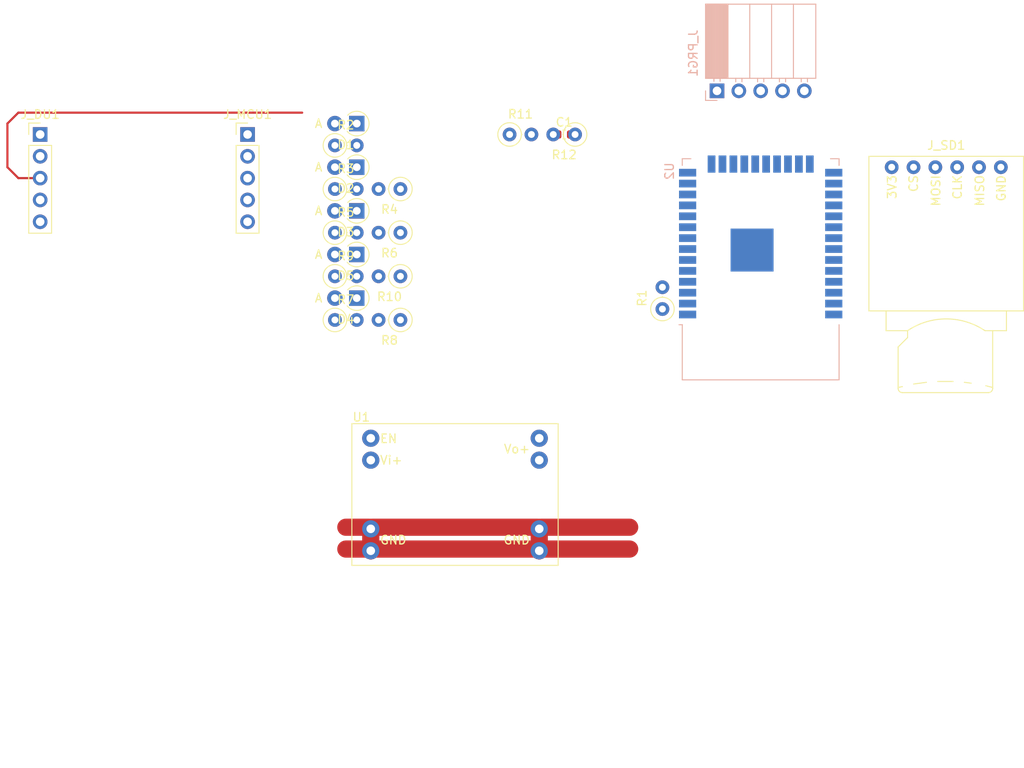
<source format=kicad_pcb>
(kicad_pcb (version 20221018) (generator pcbnew)
  (layers (0 "F.Cu" signal) (31 "B.Cu" signal) (34 "B.Paste" user) (35 "F.Paste" user) (36 "B.SilkS" user "B.Silkscreen") (37 "F.SilkS" user "F.Silkscreen") (38 "B.Mask" user) (39 "F.Mask" user) (44 "Edge.Cuts" user))
  (net 0 "")
  (net 1 "GND")
  (net 2 "/+BATT_MEAS")
  (net 3 "/WKUP")
  (net 4 "Net-(D2-Pad1)")
  (net 5 "Net-(D3-Pad1)")
  (net 6 "Net-(D4-Pad1)")
  (net 7 "Net-(D5-Pad1)")
  (net 8 "/RXfDU")
  (net 9 "/TXtDU")
  (net 10 "/PWR_MCU")
  (net 11 "+BATT")
  (net 12 "/TXtMCU")
  (net 13 "/RXfMCU")
  (net 14 "/EN")
  (net 15 "/BOOT")
  (net 16 "/RX_DBG")
  (net 17 "/TX_DBG")
  (net 18 "+3V3")
  (net 19 "/CS")
  (net 20 "/MOSI")
  (net 21 "/CLK")
  (net 22 "/MISO")
  (net 23 "/TX1")
  (net 24 "/RX1")
  (net 25 "/TX2")
  (net 26 "/RX2")
  (net 27 "Net-(U2-Pad32)")
  (net 28 "Net-(U2-Pad29)")
  (net 29 "Net-(U2-Pad26)")
  (net 30 "Net-(U2-Pad24)")
  (net 31 "Net-(U2-Pad22)")
  (net 32 "Net-(U2-Pad21)")
  (net 33 "Net-(U2-Pad20)")
  (net 34 "Net-(U2-Pad19)")
  (net 35 "Net-(U2-Pad18)")
  (net 36 "Net-(U2-Pad17)")
  (net 37 "Net-(U2-Pad5)")
  (net 38 "Net-(U2-Pad4)")
  (net 39 "Net-(U2-Pad23)")
  (net 40 "Net-(U2-Pad16)")
  (net 41 "Net-(U2-Pad14)")
  (net 42 "Net-(U2-Pad37)")
  (net 43 "Net-(U2-Pad36)")
  (net 44 "Net-(U2-Pad33)")
  (net 45 "Net-(U2-Pad7)")
  (net 46 "Net-(U2-Pad6)")
  (footprint "Diode_THT:D_A-405_P2.54mm_Vertical_AnodeUp" (layer "F.Cu") (at 122.06 41.58 180)
    (fp_text reference "D1" (at 1.27 -2.47) (layer "F.SilkS"))
    (fp_text value "D_Z3V")
    (fp_text user "A" (at 4.44 0) (layer "F.SilkS"))
    (fp_arc (start 1.05385 0.968866) (mid -1.430816 -0.045469) (end 1.113239 -0.9) (stroke (width 0.12)) (layer "F.SilkS"))
    (pad "1" thru_hole rect (at 0 0 180) (size 1.8 1.8) (drill 0.9) (layers "*.Cu" "*.Mask") (net 3 "/WKUP"))
    (pad "2" thru_hole oval (at 2.54 0 180) (size 1.8 1.8) (drill 0.9) (layers "*.Cu" "*.Mask") (net 1 "GND"))
  )
  (footprint "Diode_THT:D_A-405_P2.54mm_Vertical_AnodeUp" (layer "F.Cu") (at 122.06 46.66 180)
    (fp_text reference "D2" (at 1.27 -2.47) (layer "F.SilkS"))
    (fp_text value "D_Z3V")
    (fp_text user "A" (at 4.44 0) (layer "F.SilkS"))
    (fp_arc (start 1.05385 0.968866) (mid -1.430816 -0.045469) (end 1.113239 -0.9) (stroke (width 0.12)) (layer "F.SilkS"))
    (pad "1" thru_hole rect (at 0 0 180) (size 1.8 1.8) (drill 0.9) (layers "*.Cu" "*.Mask") (net 4 "Net-(D2-Pad1)"))
    (pad "2" thru_hole oval (at 2.54 0 180) (size 1.8 1.8) (drill 0.9) (layers "*.Cu" "*.Mask") (net 1 "GND"))
  )
  (footprint "Diode_THT:D_A-405_P2.54mm_Vertical_AnodeUp" (layer "F.Cu") (at 122.06 51.74 180)
    (fp_text reference "D3" (at 1.27 -2.47) (layer "F.SilkS"))
    (fp_text value "D_Z3V")
    (fp_text user "A" (at 4.44 0) (layer "F.SilkS"))
    (fp_arc (start 1.05385 0.968866) (mid -1.430816 -0.045469) (end 1.113239 -0.9) (stroke (width 0.12)) (layer "F.SilkS"))
    (pad "1" thru_hole rect (at 0 0 180) (size 1.8 1.8) (drill 0.9) (layers "*.Cu" "*.Mask") (net 5 "Net-(D3-Pad1)"))
    (pad "2" thru_hole oval (at 2.54 0 180) (size 1.8 1.8) (drill 0.9) (layers "*.Cu" "*.Mask") (net 1 "GND"))
  )
  (footprint "Diode_THT:D_A-405_P2.54mm_Vertical_AnodeUp" (layer "F.Cu") (at 122.06 61.9 180)
    (fp_text reference "D4" (at 1.27 -2.47) (layer "F.SilkS"))
    (fp_text value "D_Z3V")
    (fp_text user "A" (at 4.44 0) (layer "F.SilkS"))
    (fp_arc (start 1.05385 0.968866) (mid -1.430816 -0.045469) (end 1.113239 -0.9) (stroke (width 0.12)) (layer "F.SilkS"))
    (pad "1" thru_hole rect (at 0 0 180) (size 1.8 1.8) (drill 0.9) (layers "*.Cu" "*.Mask") (net 6 "Net-(D4-Pad1)"))
    (pad "2" thru_hole oval (at 2.54 0 180) (size 1.8 1.8) (drill 0.9) (layers "*.Cu" "*.Mask") (net 1 "GND"))
  )
  (footprint "Diode_THT:D_A-405_P2.54mm_Vertical_AnodeUp" (layer "F.Cu") (at 122.06 56.82 180)
    (fp_text reference "D5" (at 1.27 -2.47) (layer "F.SilkS"))
    (fp_text value "D_Z3V")
    (fp_text user "A" (at 4.44 0) (layer "F.SilkS"))
    (fp_arc (start 1.05385 0.968866) (mid -1.430816 -0.045469) (end 1.113239 -0.9) (stroke (width 0.12)) (layer "F.SilkS"))
    (pad "1" thru_hole rect (at 0 0 180) (size 1.8 1.8) (drill 0.9) (layers "*.Cu" "*.Mask") (net 7 "Net-(D5-Pad1)"))
    (pad "2" thru_hole oval (at 2.54 0 180) (size 1.8 1.8) (drill 0.9) (layers "*.Cu" "*.Mask") (net 1 "GND"))
  )
  (footprint "Connector_PinHeader_2.54mm:PinHeader_1x05_P2.54mm_Vertical" (layer "F.Cu") (at 109.36 42.85)
    (fp_text reference "J_MCU1" (at 0 -2.33) (layer "F.SilkS"))
    (fp_text value "Conn_01x05")
    (fp_line (start -1.33 -1.33) (end 0 -1.33) (stroke (width 0.12)) (layer "F.SilkS"))
    (fp_line (start -1.33 0) (end -1.33 -1.33) (stroke (width 0.12)) (layer "F.SilkS"))
    (fp_line (start -1.33 1.27) (end -1.33 11.49) (stroke (width 0.12)) (layer "F.SilkS"))
    (fp_line (start -1.33 1.27) (end 1.33 1.27) (stroke (width 0.12)) (layer "F.SilkS"))
    (fp_line (start -1.33 11.49) (end 1.33 11.49) (stroke (width 0.12)) (layer "F.SilkS"))
    (fp_line (start 1.33 1.27) (end 1.33 11.49) (stroke (width 0.12)) (layer "F.SilkS"))
    (pad "1" thru_hole rect (at 0 0) (size 1.7 1.7) (drill 1) (layers "*.Cu" "*.Mask") (net 11 "+BATT"))
    (pad "2" thru_hole oval (at 0 2.54) (size 1.7 1.7) (drill 1) (layers "*.Cu" "*.Mask") (net 10 "/PWR_MCU"))
    (pad "3" thru_hole oval (at 0 5.08) (size 1.7 1.7) (drill 1) (layers "*.Cu" "*.Mask") (net 1 "GND"))
    (pad "4" thru_hole oval (at 0 7.62) (size 1.7 1.7) (drill 1) (layers "*.Cu" "*.Mask") (net 13 "/RXfMCU"))
    (pad "5" thru_hole oval (at 0 10.16) (size 1.7 1.7) (drill 1) (layers "*.Cu" "*.Mask") (net 12 "/TXtMCU"))
  )
  (footprint "MyParts:microSD_SPI_module" (layer "F.Cu") (at 190.64 45.39)
    (fp_text reference "J_SD1" (at 0 -1.27) (layer "F.SilkS"))
    (fp_text value "Micro_SD_Card_SPI")
    (fp_text user "MOSI" (at -1.2 2.1 90) (layer "F.SilkS") (effects (justify right)))
    (fp_text user "CS" (at -3.8 2.1 90) (layer "F.SilkS") (effects (justify right)))
    (fp_text user "MISO" (at 3.9 2.1 90) (layer "F.SilkS") (effects (justify right)))
    (fp_text user "CLK" (at 1.3 2.1 90) (layer "F.SilkS") (effects (justify right)))
    (fp_text user "3V3" (at -6.3 2.1 90) (layer "F.SilkS") (effects (justify right)))
    (fp_text user "GND" (at 6.4 2.1 90) (layer "F.SilkS") (effects (justify right)))
    (fp_line (start -9 0) (end -9 18) (stroke (width 0.12)) (layer "F.SilkS"))
    (fp_line (start -7 18) (end -7 20.3) (stroke (width 0.12)) (layer "F.SilkS"))
    (fp_line (start -7 20.3) (end -4.5 20.3) (stroke (width 0.12)) (layer "F.SilkS"))
    (fp_line (start -5.6 22.2) (end -5.6 27.01) (stroke (width 0.12)) (layer "F.SilkS"))
    (fp_line (start -5.6 22.2) (end -4.5 21.1) (stroke (width 0.12)) (layer "F.SilkS"))
    (fp_line (start -5.1 26.81) (end -5.6 26.91) (stroke (width 0.12)) (layer "F.SilkS"))
    (fp_line (start -4.5 21.1) (end -4.5 20.3) (stroke (width 0.12)) (layer "F.SilkS"))
    (fp_line (start -2.3 26.31) (end -3.8 26.51) (stroke (width 0.12)) (layer "F.SilkS"))
    (fp_line (start 0.8 26.21) (end -1 26.21) (stroke (width 0.12)) (layer "F.SilkS"))
    (fp_line (start 2.9 26.41) (end 2.1 26.31) (stroke (width 0.12)) (layer "F.SilkS"))
    (fp_line (start 4.9 27.51) (end -5.1 27.51) (stroke (width 0.12)) (layer "F.SilkS"))
    (fp_line (start 5.4 20.3) (end 5.4 27.01) (stroke (width 0.12)) (layer "F.SilkS"))
    (fp_line (start 5.4 26.91) (end 4.6 26.71) (stroke (width 0.12)) (layer "F.SilkS"))
    (fp_line (start 7 18) (end 7 20.3) (stroke (width 0.12)) (layer "F.SilkS"))
    (fp_line (start 7 20.3) (end 4.5 20.3) (stroke (width 0.12)) (layer "F.SilkS"))
    (fp_line (start 9 0) (end -9 0) (stroke (width 0.12)) (layer "F.SilkS"))
    (fp_line (start 9 0) (end 9 18) (stroke (width 0.12)) (layer "F.SilkS"))
    (fp_line (start 9 18) (end -9 18) (stroke (width 0.12)) (layer "F.SilkS"))
    (fp_arc (start -5.1 27.51) (mid -5.453553 27.363553) (end -5.6 27.01) (stroke (width 0.12)) (layer "F.SilkS"))
    (fp_arc (start -4.499999 20.300001) (mid 0 18.929066) (end 4.499999 20.300001) (stroke (width 0.12)) (layer "F.SilkS"))
    (fp_arc (start 5.4 27.01) (mid 5.253553 27.363553) (end 4.9 27.51) (stroke (width 0.12)) (layer "F.SilkS"))
    (pad "1" thru_hole circle (at -6.35 1.27) (size 1.6 1.6) (drill 0.8) (layers "*.Cu" "*.Mask") (net 18 "+3V3"))
    (pad "2" thru_hole circle (at -3.81 1.27) (size 1.6 1.6) (drill 0.8) (layers "*.Cu" "*.Mask") (net 19 "/CS"))
    (pad "3" thru_hole circle (at -1.27 1.27) (size 1.6 1.6) (drill 0.8) (layers "*.Cu" "*.Mask") (net 20 "/MOSI"))
    (pad "4" thru_hole circle (at 1.27 1.27) (size 1.6 1.6) (drill 0.8) (layers "*.Cu" "*.Mask") (net 21 "/CLK"))
    (pad "5" thru_hole circle (at 3.81 1.27) (size 1.6 1.6) (drill 0.8) (layers "*.Cu" "*.Mask") (net 22 "/MISO"))
    (pad "6" thru_hole circle (at 6.35 1.27) (size 1.6 1.6) (drill 0.8) (layers "*.Cu" "*.Mask") (net 1 "GND"))
  )
  (footprint "Resistor_THT:R_Axial_DIN0207_L6.3mm_D2.5mm_P2.54mm_Vertical" (layer "F.Cu") (at 157.62 63.17 90)
    (fp_text reference "R1" (at 1.27 -2.37 90) (layer "F.SilkS"))
    (fp_text value "10k")
    (fp_line (start 1.37 0) (end 1.44 0) (stroke (width 0.12)) (layer "F.SilkS"))
    (fp_circle (center 0 0) (end 1.37 0) (stroke (width 0.12)) (fill none) (layer "F.SilkS"))
    (pad "1" thru_hole circle (at 0 0 90) (size 1.6 1.6) (drill 0.8) (layers "*.Cu" "*.Mask") (net 18 "+3V3"))
    (pad "2" thru_hole oval (at 2.54 0 90) (size 1.6 1.6) (drill 0.8) (layers "*.Cu" "*.Mask") (net 14 "/EN"))
  )
  (footprint "Resistor_THT:R_Axial_DIN0207_L6.3mm_D2.5mm_P2.54mm_Vertical" (layer "F.Cu") (at 119.52 44.12)
    (fp_text reference "R2" (at 1.27 -2.37) (layer "F.SilkS"))
    (fp_text value "39k")
    (fp_line (start 1.37 0) (end 1.44 0) (stroke (width 0.12)) (layer "F.SilkS"))
    (fp_circle (center 0 0) (end 1.37 0) (stroke (width 0.12)) (fill none) (layer "F.SilkS"))
    (pad "1" thru_hole circle (at 0 0) (size 1.6 1.6) (drill 0.8) (layers "*.Cu" "*.Mask") (net 10 "/PWR_MCU"))
    (pad "2" thru_hole oval (at 2.54 0) (size 1.6 1.6) (drill 0.8) (layers "*.Cu" "*.Mask") (net 3 "/WKUP"))
  )
  (footprint "Resistor_THT:R_Axial_DIN0207_L6.3mm_D2.5mm_P2.54mm_Vertical" (layer "F.Cu") (at 119.52 49.2)
    (fp_text reference "R3" (at 1.27 -2.37) (layer "F.SilkS"))
    (fp_text value "1k")
    (fp_line (start 1.37 0) (end 1.44 0) (stroke (width 0.12)) (layer "F.SilkS"))
    (fp_circle (center 0 0) (end 1.37 0) (stroke (width 0.12)) (fill none) (layer "F.SilkS"))
    (pad "1" thru_hole circle (at 0 0) (size 1.6 1.6) (drill 0.8) (layers "*.Cu" "*.Mask") (net 9 "/TXtDU"))
    (pad "2" thru_hole oval (at 2.54 0) (size 1.6 1.6) (drill 0.8) (layers "*.Cu" "*.Mask") (net 4 "Net-(D2-Pad1)"))
  )
  (footprint "Resistor_THT:R_Axial_DIN0207_L6.3mm_D2.5mm_P2.54mm_Vertical" (layer "F.Cu") (at 127.14 49.2 180)
    (fp_text reference "R4" (at 1.27 -2.37) (layer "F.SilkS"))
    (fp_text value "1k")
    (fp_line (start 1.37 0) (end 1.44 0) (stroke (width 0.12)) (layer "F.SilkS"))
    (fp_circle (center 0 0) (end 1.37 0) (stroke (width 0.12)) (fill none) (layer "F.SilkS"))
    (pad "1" thru_hole circle (at 0 0 180) (size 1.6 1.6) (drill 0.8) (layers "*.Cu" "*.Mask") (net 23 "/TX1"))
    (pad "2" thru_hole oval (at 2.54 0 180) (size 1.6 1.6) (drill 0.8) (layers "*.Cu" "*.Mask") (net 4 "Net-(D2-Pad1)"))
  )
  (footprint "Resistor_THT:R_Axial_DIN0207_L6.3mm_D2.5mm_P2.54mm_Vertical" (layer "F.Cu") (at 119.52 54.28)
    (fp_text reference "R5" (at 1.27 -2.37) (layer "F.SilkS"))
    (fp_text value "1k")
    (fp_line (start 1.37 0) (end 1.44 0) (stroke (width 0.12)) (layer "F.SilkS"))
    (fp_circle (center 0 0) (end 1.37 0) (stroke (width 0.12)) (fill none) (layer "F.SilkS"))
    (pad "1" thru_hole circle (at 0 0) (size 1.6 1.6) (drill 0.8) (layers "*.Cu" "*.Mask") (net 8 "/RXfDU"))
    (pad "2" thru_hole oval (at 2.54 0) (size 1.6 1.6) (drill 0.8) (layers "*.Cu" "*.Mask") (net 5 "Net-(D3-Pad1)"))
  )
  (footprint "Resistor_THT:R_Axial_DIN0207_L6.3mm_D2.5mm_P2.54mm_Vertical" (layer "F.Cu") (at 127.14 54.28 180)
    (fp_text reference "R6" (at 1.27 -2.37) (layer "F.SilkS"))
    (fp_text value "1k")
    (fp_line (start 1.37 0) (end 1.44 0) (stroke (width 0.12)) (layer "F.SilkS"))
    (fp_circle (center 0 0) (end 1.37 0) (stroke (width 0.12)) (fill none) (layer "F.SilkS"))
    (pad "1" thru_hole circle (at 0 0 180) (size 1.6 1.6) (drill 0.8) (layers "*.Cu" "*.Mask") (net 24 "/RX1"))
    (pad "2" thru_hole oval (at 2.54 0 180) (size 1.6 1.6) (drill 0.8) (layers "*.Cu" "*.Mask") (net 5 "Net-(D3-Pad1)"))
  )
  (footprint "Resistor_THT:R_Axial_DIN0207_L6.3mm_D2.5mm_P2.54mm_Vertical" (layer "F.Cu") (at 127.14 64.44 180)
    (fp_text reference "R8" (at 1.27 -2.37) (layer "F.SilkS"))
    (fp_text value "1k")
    (fp_line (start 1.37 0) (end 1.44 0) (stroke (width 0.12)) (layer "F.SilkS"))
    (fp_circle (center 0 0) (end 1.37 0) (stroke (width 0.12)) (fill none) (layer "F.SilkS"))
    (pad "1" thru_hole circle (at 0 0 180) (size 1.6 1.6) (drill 0.8) (layers "*.Cu" "*.Mask") (net 25 "/TX2"))
    (pad "2" thru_hole oval (at 2.54 0 180) (size 1.6 1.6) (drill 0.8) (layers "*.Cu" "*.Mask") (net 6 "Net-(D4-Pad1)"))
  )
  (footprint "Resistor_THT:R_Axial_DIN0207_L6.3mm_D2.5mm_P2.54mm_Vertical" (layer "F.Cu") (at 119.52 59.36)
    (fp_text reference "R9" (at 1.27 -2.37) (layer "F.SilkS"))
    (fp_text value "1k")
    (fp_line (start 1.37 0) (end 1.44 0) (stroke (width 0.12)) (layer "F.SilkS"))
    (fp_circle (center 0 0) (end 1.37 0) (stroke (width 0.12)) (fill none) (layer "F.SilkS"))
    (pad "1" thru_hole circle (at 0 0) (size 1.6 1.6) (drill 0.8) (layers "*.Cu" "*.Mask") (net 13 "/RXfMCU"))
    (pad "2" thru_hole oval (at 2.54 0) (size 1.6 1.6) (drill 0.8) (layers "*.Cu" "*.Mask") (net 7 "Net-(D5-Pad1)"))
  )
  (footprint "Resistor_THT:R_Axial_DIN0207_L6.3mm_D2.5mm_P2.54mm_Vertical" (layer "F.Cu") (at 127.14 59.36 180)
    (fp_text reference "R10" (at 1.27 -2.37) (layer "F.SilkS"))
    (fp_text value "1k")
    (fp_line (start 1.37 0) (end 1.44 0) (stroke (width 0.12)) (layer "F.SilkS"))
    (fp_circle (center 0 0) (end 1.37 0) (stroke (width 0.12)) (fill none) (layer "F.SilkS"))
    (pad "1" thru_hole circle (at 0 0 180) (size 1.6 1.6) (drill 0.8) (layers "*.Cu" "*.Mask") (net 26 "/RX2"))
    (pad "2" thru_hole oval (at 2.54 0 180) (size 1.6 1.6) (drill 0.8) (layers "*.Cu" "*.Mask") (net 7 "Net-(D5-Pad1)"))
  )
  (footprint "Resistor_THT:R_Axial_DIN0207_L6.3mm_D2.5mm_P2.54mm_Vertical" (layer "F.Cu") (at 139.84 42.85)
    (fp_text reference "R11" (at 1.27 -2.37) (layer "F.SilkS"))
    (fp_text value "390k")
    (fp_line (start 1.37 0) (end 1.44 0) (stroke (width 0.12)) (layer "F.SilkS"))
    (fp_circle (center 0 0) (end 1.37 0) (stroke (width 0.12)) (fill none) (layer "F.SilkS"))
    (pad "1" thru_hole circle (at 0 0) (size 1.6 1.6) (drill 0.8) (layers "*.Cu" "*.Mask") (net 11 "+BATT"))
    (pad "2" thru_hole oval (at 2.54 0) (size 1.6 1.6) (drill 0.8) (layers "*.Cu" "*.Mask") (net 2 "/+BATT_MEAS"))
  )
  (footprint "Resistor_THT:R_Axial_DIN0207_L6.3mm_D2.5mm_P2.54mm_Vertical" (layer "F.Cu") (at 147.46 42.85 180)
    (fp_text reference "R12" (at 1.27 -2.37) (layer "F.SilkS"))
    (fp_text value "10k")
    (fp_line (start 1.37 0) (end 1.44 0) (stroke (width 0.12)) (layer "F.SilkS"))
    (fp_circle (center 0 0) (end 1.37 0) (stroke (width 0.12)) (fill none) (layer "F.SilkS"))
    (pad "1" thru_hole circle (at 0 0 180) (size 1.6 1.6) (drill 0.8) (layers "*.Cu" "*.Mask") (net 1 "GND"))
    (pad "2" thru_hole oval (at 2.54 0 180) (size 1.6 1.6) (drill 0.8) (layers "*.Cu" "*.Mask") (net 2 "/+BATT_MEAS"))
  )
  (footprint "MyParts:DM01" (layer "F.Cu") (at 133.49 84.76)
    (fp_text reference "U1" (at -12 -9) (layer "F.SilkS") (effects (justify left)))
    (fp_text value "DM01")
    (fp_text user "Vi+" (at -8.8 -4) (layer "F.SilkS") (effects (justify left)))
    (fp_text user "GND" (at 8.8 5.3) (layer "F.SilkS") (effects (justify right)))
    (fp_text user "Vo+" (at 8.8 -5.3) (layer "F.SilkS") (effects (justify right)))
    (fp_text user "EN" (at -8.8 -6.5) (layer "F.SilkS") (effects (justify left)))
    (fp_text user "GND" (at -8.8 5.3) (layer "F.SilkS") (effects (justify left)))
    (fp_line (start -12 -8.25) (end 12 -8.25) (stroke (width 0.12)) (layer "F.SilkS"))
    (fp_line (start -12 8.25) (end -12 -8.25) (stroke (width 0.12)) (layer "F.SilkS"))
    (fp_line (start 12 -8.25) (end 12 8.25) (stroke (width 0.12)) (layer "F.SilkS"))
    (fp_line (start 12 8.25) (end -12 8.25) (stroke (width 0.12)) (layer "F.SilkS"))
    (pad "1" thru_hole circle (at -9.8 -6.55) (size 2 2) (drill 1) (layers "*.Cu" "*.Mask") (net 11 "+BATT"))
    (pad "2" thru_hole circle (at -9.8 -4) (size 2 2) (drill 1) (layers "*.Cu" "*.Mask") (net 11 "+BATT"))
    (pad "3" thru_hole circle (at -9.8 4) (size 2 2) (drill 1) (layers "*.Cu" "*.Mask") (net 1 "GND"))
    (pad "4" thru_hole circle (at -9.8 6.55) (size 2 2) (drill 1) (layers "*.Cu" "*.Mask") (net 1 "GND"))
    (pad "5" thru_hole circle (at 9.8 6.55) (size 2 2) (drill 1) (layers "*.Cu" "*.Mask") (net 1 "GND"))
    (pad "6" thru_hole circle (at 9.8 4) (size 2 2) (drill 1) (layers "*.Cu" "*.Mask") (net 1 "GND"))
    (pad "7" thru_hole circle (at 9.8 -4) (size 2 2) (drill 1) (layers "*.Cu" "*.Mask") (net 18 "+3V3"))
    (pad "8" thru_hole circle (at 9.8 -6.55) (size 2 2) (drill 1) (layers "*.Cu" "*.Mask") (net 18 "+3V3"))
  )
  (footprint "Connector_PinHeader_2.54mm:PinHeader_1x05_P2.54mm_Vertical" (layer "F.Cu") (at 85.23 42.85)
    (fp_text reference "J_DU1" (at 0 -2.33) (layer "F.SilkS"))
    (fp_text value "Conn_01x05")
    (fp_line (start -1.33 -1.33) (end 0 -1.33) (stroke (width 0.12)) (layer "F.SilkS"))
    (fp_line (start -1.33 0) (end -1.33 -1.33) (stroke (width 0.12)) (layer "F.SilkS"))
    (fp_line (start -1.33 1.27) (end -1.33 11.49) (stroke (width 0.12)) (layer "F.SilkS"))
    (fp_line (start -1.33 1.27) (end 1.33 1.27) (stroke (width 0.12)) (layer "F.SilkS"))
    (fp_line (start -1.33 11.49) (end 1.33 11.49) (stroke (width 0.12)) (layer "F.SilkS"))
    (fp_line (start 1.33 1.27) (end 1.33 11.49) (stroke (width 0.12)) (layer "F.SilkS"))
    (pad "1" thru_hole rect (at 0 0) (size 1.7 1.7) (drill 1) (layers "*.Cu" "*.Mask") (net 11 "+BATT"))
    (pad "2" thru_hole oval (at 0 2.54) (size 1.7 1.7) (drill 1) (layers "*.Cu" "*.Mask") (net 10 "/PWR_MCU"))
    (pad "3" thru_hole oval (at 0 5.08) (size 1.7 1.7) (drill 1) (layers "*.Cu" "*.Mask") (net 1 "GND"))
    (pad "4" thru_hole oval (at 0 7.62) (size 1.7 1.7) (drill 1) (layers "*.Cu" "*.Mask") (net 9 "/TXtDU"))
    (pad "5" thru_hole oval (at 0 10.16) (size 1.7 1.7) (drill 1) (layers "*.Cu" "*.Mask") (net 8 "/RXfDU"))
  )
  (footprint "Capacitor_SMD:C_0603_1608Metric" (layer "F.Cu") (at 146.19 42.85)
    (fp_text reference "C1" (at 0 -1.43) (layer "F.SilkS"))
    (fp_text value "100nF")
    (fp_line (start -0.14058 -0.51) (end 0.14058 -0.51) (stroke (width 0.12)) (layer "F.SilkS"))
    (fp_line (start -0.14058 0.51) (end 0.14058 0.51) (stroke (width 0.12)) (layer "F.SilkS"))
    (pad "1" smd roundrect (at -0.775 0) (size 0.9 0.95) (layers "F.Cu" "F.Paste" "F.Mask") (net 2 "/+BATT_MEAS"))
    (pad "2" smd roundrect (at 0.775 0) (size 0.9 0.95) (layers "F.Cu" "F.Paste" "F.Mask") (net 1 "GND"))
  )
  (footprint "Resistor_THT:R_Axial_DIN0207_L6.3mm_D2.5mm_P2.54mm_Vertical" (layer "F.Cu") (at 119.52 64.44)
    (fp_text reference "R7" (at 1.27 -2.37) (layer "F.SilkS"))
    (fp_text value "1k")
    (fp_line (start 1.37 0) (end 1.44 0) (stroke (width 0.12)) (layer "F.SilkS"))
    (fp_circle (center 0 0) (end 1.37 0) (stroke (width 0.12)) (fill none) (layer "F.SilkS"))
    (pad "1" thru_hole circle (at 0 0) (size 1.6 1.6) (drill 0.8) (layers "*.Cu" "*.Mask") (net 12 "/TXtMCU"))
    (pad "2" thru_hole oval (at 2.54 0) (size 1.6 1.6) (drill 0.8) (layers "*.Cu" "*.Mask") (net 6 "Net-(D4-Pad1)"))
  )
  (footprint "RF_Module:ESP32-WROOM-32" (layer "B.Cu") (at 169.05 55.55)
    (fp_text reference "U2" (at -10.61 -8.43 -90) (layer "B.SilkS") (effects (justify mirror)))
    (fp_text value "ESP32-WROOM-32")
    (fp_line (start -9.12 -9.88) (end -8.12 -9.88) (stroke (width 0.12)) (layer "B.SilkS"))
    (fp_line (start -9.12 -9.1) (end -9.12 -9.88) (stroke (width 0.12)) (layer "B.SilkS"))
    (fp_line (start -9.12 9.445) (end -9.5 9.445) (stroke (width 0.12)) (layer "B.SilkS"))
    (fp_line (start -9.12 15.865) (end -9.12 9.445) (stroke (width 0.12)) (layer "B.SilkS"))
    (fp_line (start -9.12 15.865) (end 9.12 15.865) (stroke (width 0.12)) (layer "B.SilkS"))
    (fp_line (start 9.12 -9.88) (end 8.12 -9.88) (stroke (width 0.12)) (layer "B.SilkS"))
    (fp_line (start 9.12 -9.1) (end 9.12 -9.88) (stroke (width 0.12)) (layer "B.SilkS"))
    (fp_line (start 9.12 15.865) (end 9.12 9.445) (stroke (width 0.12)) (layer "B.SilkS"))
    (pad "1" smd rect (at -8.5 8.255) (size 2 0.9) (layers "B.Cu" "B.Paste" "B.Mask") (net 1 "GND"))
    (pad "2" smd rect (at -8.5 6.985) (size 2 0.9) (layers "B.Cu" "B.Paste" "B.Mask") (net 18 "+3V3"))
    (pad "3" smd rect (at -8.5 5.715) (size 2 0.9) (layers "B.Cu" "B.Paste" "B.Mask") (net 14 "/EN"))
    (pad "4" smd rect (at -8.5 4.445) (size 2 0.9) (layers "B.Cu" "B.Paste" "B.Mask") (net 38 "Net-(U2-Pad4)"))
    (pad "5" smd rect (at -8.5 3.175) (size 2 0.9) (layers "B.Cu" "B.Paste" "B.Mask") (net 37 "Net-(U2-Pad5)"))
    (pad "6" smd rect (at -8.5 1.905) (size 2 0.9) (layers "B.Cu" "B.Paste" "B.Mask") (net 46 "Net-(U2-Pad6)"))
    (pad "7" smd rect (at -8.5 0.635) (size 2 0.9) (layers "B.Cu" "B.Paste" "B.Mask") (net 45 "Net-(U2-Pad7)"))
    (pad "8" smd rect (at -8.5 -0.635) (size 2 0.9) (layers "B.Cu" "B.Paste" "B.Mask") (net 3 "/WKUP"))
    (pad "9" smd rect (at -8.5 -1.905) (size 2 0.9) (layers "B.Cu" "B.Paste" "B.Mask") (net 2 "/+BATT_MEAS"))
    (pad "10" smd rect (at -8.5 -3.175) (size 2 0.9) (layers "B.Cu" "B.Paste" "B.Mask") (net 25 "/TX2"))
    (pad "11" smd rect (at -8.5 -4.445) (size 2 0.9) (layers "B.Cu" "B.Paste" "B.Mask") (net 26 "/RX2"))
    (pad "12" smd rect (at -8.5 -5.715) (size 2 0.9) (layers "B.Cu" "B.Paste" "B.Mask") (net 24 "/RX1"))
    (pad "13" smd rect (at -8.5 -6.985) (size 2 0.9) (layers "B.Cu" "B.Paste" "B.Mask") (net 23 "/TX1"))
    (pad "14" smd rect (at -8.5 -8.255) (size 2 0.9) (layers "B.Cu" "B.Paste" "B.Mask") (net 41 "Net-(U2-Pad14)"))
    (pad "15" smd rect (at -5.715 -9.255 270) (size 2 0.9) (layers "B.Cu" "B.Paste" "B.Mask") (net 1 "GND"))
    (pad "16" smd rect (at -4.445 -9.255 270) (size 2 0.9) (layers "B.Cu" "B.Paste" "B.Mask") (net 40 "Net-(U2-Pad16)"))
    (pad "17" smd rect (at -3.175 -9.255 270) (size 2 0.9) (layers "B.Cu" "B.Paste" "B.Mask") (net 36 "Net-(U2-Pad17)"))
    (pad "18" smd rect (at -1.905 -9.255 270) (size 2 0.9) (layers "B.Cu" "B.Paste" "B.Mask") (net 35 "Net-(U2-Pad18)"))
    (pad "19" smd rect (at -0.635 -9.255 270) (size 2 0.9) (layers "B.Cu" "B.Paste" "B.Mask") (net 34 "Net-(U2-Pad19)"))
    (pad "20" smd rect (at 0.635 -9.255 270) (size 2 0.9) (layers "B.Cu" "B.Paste" "B.Mask") (net 33 "Net-(U2-Pad20)"))
    (pad "21" smd rect (at 1.905 -9.255 270) (size 2 0.9) (layers "B.Cu" "B.Paste" "B.Mask") (net 32 "Net-(U2-Pad21)"))
    (pad "22" smd rect (at 3.175 -9.255 270) (size 2 0.9) (layers "B.Cu" "B.Paste" "B.Mask") (net 31 "Net-(U2-Pad22)"))
    (pad "23" smd rect (at 4.445 -9.255 270) (size 2 0.9) (layers "B.Cu" "B.Paste" "B.Mask") (net 39 "Net-(U2-Pad23)"))
    (pad "24" smd rect (at 5.715 -9.255 270) (size 2 0.9) (layers "B.Cu" "B.Paste" "B.Mask") (net 30 "Net-(U2-Pad24)"))
    (pad "25" smd rect (at 8.5 -8.255) (size 2 0.9) (layers "B.Cu" "B.Paste" "B.Mask") (net 15 "/BOOT"))
    (pad "26" smd rect (at 8.5 -6.985) (size 2 0.9) (layers "B.Cu" "B.Paste" "B.Mask") (net 29 "Net-(U2-Pad26)"))
    (pad "27" smd rect (at 8.5 -5.715) (size 2 0.9) (layers "B.Cu" "B.Paste" "B.Mask") (net 19 "/CS"))
    (pad "28" smd rect (at 8.5 -4.445) (size 2 0.9) (layers "B.Cu" "B.Paste" "B.Mask") (net 20 "/MOSI"))
    (pad "29" smd rect (at 8.5 -3.175) (size 2 0.9) (layers "B.Cu" "B.Paste" "B.Mask") (net 28 "Net-(U2-Pad29)"))
    (pad "30" smd rect (at 8.5 -1.905) (size 2 0.9) (layers "B.Cu" "B.Paste" "B.Mask") (net 21 "/CLK"))
    (pad "31" smd rect (at 8.5 -0.635) (size 2 0.9) (layers "B.Cu" "B.Paste" "B.Mask") (net 22 "/MISO"))
    (pad "32" smd rect (at 8.5 0.635) (size 2 0.9) (layers "B.Cu" "B.Paste" "B.Mask") (net 27 "Net-(U2-Pad32)"))
    (pad "33" smd rect (at 8.5 1.905) (size 2 0.9) (layers "B.Cu" "B.Paste" "B.Mask") (net 44 "Net-(U2-Pad33)"))
    (pad "34" smd rect (at 8.5 3.175) (size 2 0.9) (layers "B.Cu" "B.Paste" "B.Mask") (net 16 "/RX_DBG"))
    (pad "35" smd rect (at 8.5 4.445) (size 2 0.9) (layers "B.Cu" "B.Paste" "B.Mask") (net 17 "/TX_DBG"))
    (pad "36" smd rect (at 8.5 5.715) (size 2 0.9) (layers "B.Cu" "B.Paste" "B.Mask") (net 43 "Net-(U2-Pad36)"))
    (pad "37" smd rect (at 8.5 6.985) (size 2 0.9) (layers "B.Cu" "B.Paste" "B.Mask") (net 42 "Net-(U2-Pad37)"))
    (pad "38" smd rect (at 8.5 8.255) (size 2 0.9) (layers "B.Cu" "B.Paste" "B.Mask") (net 1 "GND"))
    (pad "39" smd rect (at -1 0.755) (size 5 5) (layers "B.Cu" "B.Paste" "B.Mask") (net 1 "GND"))
  )
  (footprint "Connector_PinSocket_2.54mm:PinSocket_1x05_P2.54mm_Horizontal" (layer "B.Cu") (at 163.97 37.77 -90)
    (fp_text reference "J_PRG1" (at -4.38 2.77 270) (layer "B.SilkS") (effects (justify mirror)))
    (fp_text value "Conn_01x05")
    (fp_line (start -10.09 -11.49) (end -1.46 -11.49) (stroke (width 0.12)) (layer "B.SilkS"))
    (fp_line (start -10.09 -8.89) (end -1.46 -8.89) (stroke (width 0.12)) (layer "B.SilkS"))
    (fp_line (start -10.09 -6.35) (end -1.46 -6.35) (stroke (width 0.12)) (layer "B.SilkS"))
    (fp_line (start -10.09 -3.81) (end -1.46 -3.81) (stroke (width 0.12)) (layer "B.SilkS"))
    (fp_line (start -10.09 -1.27) (end -1.46 -1.27) (stroke (width 0.12)) (layer "B.SilkS"))
    (fp_line (start -10.09 -1.1519) (end -1.46 -1.1519) (stroke (width 0.12)) (layer "B.SilkS"))
    (fp_line (start -10.09 -1.033805) (end -1.46 -1.033805) (stroke (width 0.12)) (layer "B.SilkS"))
    (fp_line (start -10.09 -0.91571) (end -1.46 -0.91571) (stroke (width 0.12)) (layer "B.SilkS"))
    (fp_line (start -10.09 -0.797615) (end -1.46 -0.797615) (stroke (width 0.12)) (layer "B.SilkS"))
    (fp_line (start -10.09 -0.67952) (end -1.46 -0.67952) (stroke (width 0.12)) (layer "B.SilkS"))
    (fp_line (start -10.09 -0.561425) (end -1.46 -0.561425) (stroke (width 0.12)) (layer "B.SilkS"))
    (fp_line (start -10.09 -0.44333) (end -1.46 -0.44333) (stroke (width 0.12)) (layer "B.SilkS"))
    (fp_line (start -10.09 -0.325235) (end -1.46 -0.325235) (stroke (width 0.12)) (layer "B.SilkS"))
    (fp_line (start -10.09 -0.20714) (end -1.46 -0.20714) (stroke (width 0.12)) (layer "B.SilkS"))
    (fp_line (start -10.09 -0.089045) (end -1.46 -0.089045) (stroke (width 0.12)) (layer "B.SilkS"))
    (fp_line (start -10.09 0.02905) (end -1.46 0.02905) (stroke (width 0.12)) (layer "B.SilkS"))
    (fp_line (start -10.09 0.147145) (end -1.46 0.147145) (stroke (width 0.12)) (layer "B.SilkS"))
    (fp_line (start -10.09 0.26524) (end -1.46 0.26524) (stroke (width 0.12)) (layer "B.SilkS"))
    (fp_line (start -10.09 0.383335) (end -1.46 0.383335) (stroke (width 0.12)) (layer "B.SilkS"))
    (fp_line (start -10.09 0.50143) (end -1.46 0.50143) (stroke (width 0.12)) (layer "B.SilkS"))
    (fp_line (start -10.09 0.619525) (end -1.46 0.619525) (stroke (width 0.12)) (layer "B.SilkS"))
    (fp_line (start -10.09 0.73762) (end -1.46 0.73762) (stroke (width 0.12)) (layer "B.SilkS"))
    (fp_line (start -10.09 0.855715) (end -1.46 0.855715) (stroke (width 0.12)) (layer "B.SilkS"))
    (fp_line (start -10.09 0.97381) (end -1.46 0.97381) (stroke (width 0.12)) (layer "B.SilkS"))
    (fp_line (start -10.09 1.091905) (end -1.46 1.091905) (stroke (width 0.12)) (layer "B.SilkS"))
    (fp_line (start -10.09 1.21) (end -1.46 1.21) (stroke (width 0.12)) (layer "B.SilkS"))
    (fp_line (start -10.09 1.33) (end -10.09 -11.49) (stroke (width 0.12)) (layer "B.SilkS"))
    (fp_line (start -10.09 1.33) (end -1.46 1.33) (stroke (width 0.12)) (layer "B.SilkS"))
    (fp_line (start -1.46 -10.52) (end -1.05 -10.52) (stroke (width 0.12)) (layer "B.SilkS"))
    (fp_line (start -1.46 -9.8) (end -1.05 -9.8) (stroke (width 0.12)) (layer "B.SilkS"))
    (fp_line (start -1.46 -7.98) (end -1.05 -7.98) (stroke (width 0.12)) (layer "B.SilkS"))
    (fp_line (start -1.46 -7.26) (end -1.05 -7.26) (stroke (width 0.12)) (layer "B.SilkS"))
    (fp_line (start -1.46 -5.44) (end -1.05 -5.44) (stroke (width 0.12)) (layer "B.SilkS"))
    (fp_line (start -1.46 -4.72) (end -1.05 -4.72) (stroke (width 0.12)) (layer "B.SilkS"))
    (fp_line (start -1.46 -2.9) (end -1.05 -2.9) (stroke (width 0.12)) (layer "B.SilkS"))
    (fp_line (start -1.46 -2.18) (end -1.05 -2.18) (stroke (width 0.12)) (layer "B.SilkS"))
    (fp_line (start -1.46 -0.36) (end -1.11 -0.36) (stroke (width 0.12)) (layer "B.SilkS"))
    (fp_line (start -1.46 0.36) (end -1.11 0.36) (stroke (width 0.12)) (layer "B.SilkS"))
    (fp_line (start -1.46 1.33) (end -1.46 -11.49) (stroke (width 0.12)) (layer "B.SilkS"))
    (fp_line (start 0 1.33) (end 1.11 1.33) (stroke (width 0.12)) (layer "B.SilkS"))
    (fp_line (start 1.11 1.33) (end 1.11 0) (stroke (width 0.12)) (layer "B.SilkS"))
    (pad "1" thru_hole rect (at 0 0 270) (size 1.7 1.7) (drill 1) (layers "*.Cu" "*.Mask") (net 1 "GND"))
    (pad "2" thru_hole oval (at 0 -2.54 270) (size 1.7 1.7) (drill 1) (layers "*.Cu" "*.Mask") (net 17 "/TX_DBG"))
    (pad "3" thru_hole oval (at 0 -5.08 270) (size 1.7 1.7) (drill 1) (layers "*.Cu" "*.Mask") (net 16 "/RX_DBG"))
    (pad "4" thru_hole oval (at 0 -7.62 270) (size 1.7 1.7) (drill 1) (layers "*.Cu" "*.Mask") (net 15 "/BOOT"))
    (pad "5" thru_hole oval (at 0 -10.16 270) (size 1.7 1.7) (drill 1) (layers "*.Cu" "*.Mask") (net 14 "/EN"))
  )
  (segment (start 143.48 88.57) (end 153.81 88.57) (width 2) (layer "F.Cu") (net 1))
  (segment (start 123.69 91.31) (end 123.89 91.11) (width 2) (layer "F.Cu") (net 1))
  (segment (start 85.23 47.93) (end 82.69 47.93) (width 0.25) (layer "F.Cu") (net 1))
  (segment (start 143.49 91.11) (end 153.81 91.11) (width 2) (layer "F.Cu") (net 1))
  (segment (start 123.89 91.11) (end 143.09 91.11) (width 2) (layer "F.Cu") (net 1))
  (segment (start 123.88 88.57) (end 143.1 88.57) (width 2) (layer "F.Cu") (net 1))
  (segment (start 143.29 91.31) (end 143.49 91.11) (width 2) (layer "F.Cu") (net 1))
  (segment (start 123.49 91.11) (end 123.69 91.31) (width 2) (layer "F.Cu") (net 1))
  (segment (start 143.1 88.57) (end 143.29 88.76) (width 2) (layer "F.Cu") (net 1))
  (segment (start 81.42 46.66) (end 81.42 41.58) (width 0.25) (layer "F.Cu") (net 1))
  (segment (start 81.42 41.58) (end 82.69 40.31) (width 0.25) (layer "F.Cu") (net 1))
  (segment (start 143.29 88.76) (end 143.48 88.57) (width 2) (layer "F.Cu") (net 1))
  (segment (start 123.69 88.76) (end 123.88 88.57) (width 2) (layer "F.Cu") (net 1))
  (segment (start 82.69 40.31) (end 115.71 40.31) (width 0.25) (layer "F.Cu") (net 1))
  (segment (start 123.5 88.57) (end 120.79 88.57) (width 2) (layer "F.Cu") (net 1))
  (segment (start 120.79 91.11) (end 123.49 91.11) (width 2) (layer "F.Cu") (net 1))
  (segment (start 143.29 91.31) (end 143.29 88.76) (width 2) (layer "F.Cu") (net 1))
  (segment (start 123.69 91.31) (end 123.69 88.76) (width 2) (layer "F.Cu") (net 1))
  (segment (start 143.09 91.11) (end 143.29 91.31) (width 2) (layer "F.Cu") (net 1))
  (segment (start 82.69 47.93) (end 81.42 46.66) (width 0.25) (layer "F.Cu") (net 1))
  (segment (start 123.69 88.76) (end 123.5 88.57) (width 2) (layer "F.Cu") (net 1))
)
</source>
